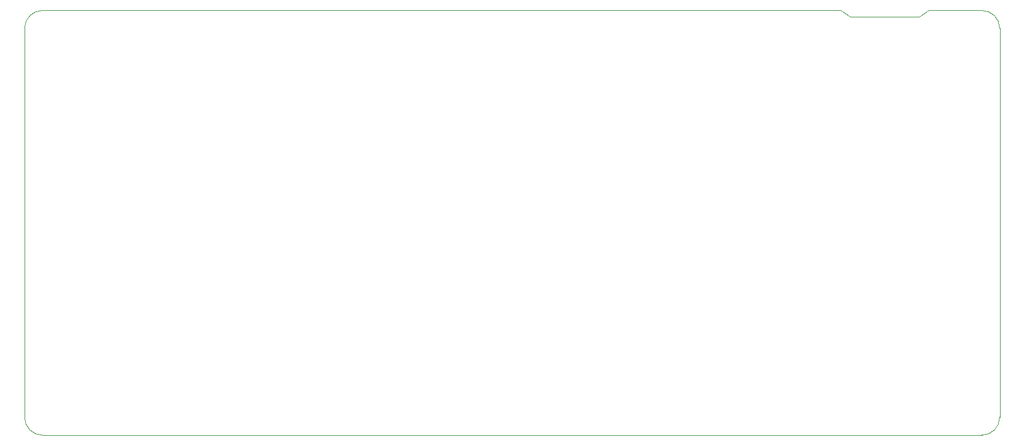
<source format=gbr>
%TF.GenerationSoftware,KiCad,Pcbnew,8.0.7*%
%TF.CreationDate,2024-12-30T11:09:25+09:00*%
%TF.ProjectId,pisces,70697363-6573-42e6-9b69-6361645f7063,rev?*%
%TF.SameCoordinates,Original*%
%TF.FileFunction,Profile,NP*%
%FSLAX46Y46*%
G04 Gerber Fmt 4.6, Leading zero omitted, Abs format (unit mm)*
G04 Created by KiCad (PCBNEW 8.0.7) date 2024-12-30 11:09:25*
%MOMM*%
%LPD*%
G01*
G04 APERTURE LIST*
%TA.AperFunction,Profile*%
%ADD10C,0.050000*%
%TD*%
G04 APERTURE END LIST*
D10*
X183916000Y-88138500D02*
X183916000Y-33147500D01*
X46121000Y-33147500D02*
X46121000Y-88138500D01*
X48661000Y-90678500D02*
X181376000Y-90678500D01*
X161437000Y-30607500D02*
X48661000Y-30607500D01*
X173883000Y-30607500D02*
X172560000Y-31500000D01*
X181376000Y-30607500D02*
X173883000Y-30607500D01*
X183916000Y-88138500D02*
G75*
G02*
X181376000Y-90678500I-2540000J0D01*
G01*
X162760000Y-31500000D02*
X172560000Y-31500000D01*
X181376000Y-30607500D02*
G75*
G02*
X183916000Y-33147500I0J-2540000D01*
G01*
X161437000Y-30607500D02*
X162760000Y-31500000D01*
X48661000Y-90678500D02*
G75*
G02*
X46121000Y-88138500I0J2540000D01*
G01*
X46121000Y-33147500D02*
G75*
G02*
X48661000Y-30607500I2540000J0D01*
G01*
M02*

</source>
